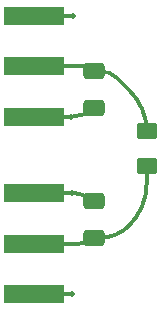
<source format=gtl>
%TF.GenerationSoftware,KiCad,Pcbnew,6.0.2-378541a8eb~116~ubuntu20.04.1*%
%TF.CreationDate,2022-03-14T14:09:01-05:00*%
%TF.ProjectId,bessel_filter,62657373-656c-45f6-9669-6c7465722e6b,1.0*%
%TF.SameCoordinates,Original*%
%TF.FileFunction,Copper,L1,Top*%
%TF.FilePolarity,Positive*%
%FSLAX46Y46*%
G04 Gerber Fmt 4.6, Leading zero omitted, Abs format (unit mm)*
G04 Created by KiCad (PCBNEW 6.0.2-378541a8eb~116~ubuntu20.04.1) date 2022-03-14 14:09:01*
%MOMM*%
%LPD*%
G01*
G04 APERTURE LIST*
G04 Aperture macros list*
%AMRoundRect*
0 Rectangle with rounded corners*
0 $1 Rounding radius*
0 $2 $3 $4 $5 $6 $7 $8 $9 X,Y pos of 4 corners*
0 Add a 4 corners polygon primitive as box body*
4,1,4,$2,$3,$4,$5,$6,$7,$8,$9,$2,$3,0*
0 Add four circle primitives for the rounded corners*
1,1,$1+$1,$2,$3*
1,1,$1+$1,$4,$5*
1,1,$1+$1,$6,$7*
1,1,$1+$1,$8,$9*
0 Add four rect primitives between the rounded corners*
20,1,$1+$1,$2,$3,$4,$5,0*
20,1,$1+$1,$4,$5,$6,$7,0*
20,1,$1+$1,$6,$7,$8,$9,0*
20,1,$1+$1,$8,$9,$2,$3,0*%
G04 Aperture macros list end*
%TA.AperFunction,SMDPad,CuDef*%
%ADD10RoundRect,0.250001X-0.624999X0.462499X-0.624999X-0.462499X0.624999X-0.462499X0.624999X0.462499X0*%
%TD*%
%TA.AperFunction,SMDPad,CuDef*%
%ADD11RoundRect,0.250000X-0.650000X0.412500X-0.650000X-0.412500X0.650000X-0.412500X0.650000X0.412500X0*%
%TD*%
%TA.AperFunction,SMDPad,CuDef*%
%ADD12RoundRect,0.250000X0.650000X-0.412500X0.650000X0.412500X-0.650000X0.412500X-0.650000X-0.412500X0*%
%TD*%
%TA.AperFunction,SMDPad,CuDef*%
%ADD13R,5.080000X1.500000*%
%TD*%
%TA.AperFunction,ViaPad*%
%ADD14C,0.508000*%
%TD*%
%TA.AperFunction,Conductor*%
%ADD15C,0.304800*%
%TD*%
G04 APERTURE END LIST*
D10*
%TO.P,L1,1,1*%
%TO.N,/sig_in*%
X125000000Y-80500000D03*
%TO.P,L1,2,2*%
%TO.N,/sig_out*%
X125000000Y-83475000D03*
%TD*%
D11*
%TO.P,C1,1*%
%TO.N,/sig_in*%
X120500000Y-75375000D03*
%TO.P,C1,2*%
%TO.N,/GND*%
X120500000Y-78500000D03*
%TD*%
D12*
%TO.P,C2,1*%
%TO.N,/sig_out*%
X120500000Y-89500000D03*
%TO.P,C2,2*%
%TO.N,/GND*%
X120500000Y-86375000D03*
%TD*%
D13*
%TO.P,J1,1,In*%
%TO.N,/sig_in*%
X115443000Y-75000000D03*
%TO.P,J1,2,Ext*%
%TO.N,/GND*%
X115443000Y-70750000D03*
X115443000Y-79250000D03*
%TD*%
%TO.P,J2,1,In*%
%TO.N,/sig_out*%
X115443000Y-90000000D03*
%TO.P,J2,2,Ext*%
%TO.N,/GND*%
X115443000Y-85750000D03*
X115443000Y-94250000D03*
%TD*%
D14*
%TO.N,/GND*%
X118714340Y-85750000D03*
X118800000Y-70750000D03*
X118625000Y-79250000D03*
X118700000Y-94250000D03*
%TD*%
D15*
%TO.N,/GND*%
X118625000Y-79250000D02*
X118689340Y-79250000D01*
X120500000Y-78500000D02*
G75*
G02*
X118689340Y-79250000I-1810662J1810664D01*
G01*
X118714340Y-85750000D02*
X118991117Y-85750000D01*
X120500000Y-86375000D02*
G75*
G03*
X118991117Y-85750000I-1508883J-1508883D01*
G01*
%TO.N,/sig_out*%
X119292894Y-89999999D02*
G75*
G03*
X120499999Y-89499999I-1J1707107D01*
G01*
X119292894Y-90000000D02*
X115443000Y-90000000D01*
X125000000Y-83475000D02*
X125000000Y-84878680D01*
X123500000Y-88500000D02*
G75*
G03*
X125000000Y-84878680I-3621329J3621324D01*
G01*
X121085787Y-89499999D02*
G75*
G03*
X123499999Y-88499999I3J3414204D01*
G01*
X121085787Y-89500000D02*
X120500000Y-89500000D01*
%TO.N,/sig_in*%
X120500000Y-75375000D02*
X120991117Y-75375000D01*
X122500000Y-76000000D02*
G75*
G03*
X120991117Y-75375000I-1508883J-1508883D01*
G01*
X122500000Y-76000000D02*
X123585786Y-77085786D01*
X125000000Y-80500000D02*
G75*
G03*
X123585786Y-77085786I-4828426J0D01*
G01*
X115443000Y-75000000D02*
X119594670Y-75000000D01*
X120500000Y-75375000D02*
G75*
G03*
X119594670Y-75000000I-905333J-905338D01*
G01*
%TO.N,/GND*%
X115443000Y-79250000D02*
X118625000Y-79250000D01*
X115443000Y-70750000D02*
X118800000Y-70750000D01*
X115443000Y-94250000D02*
X118700000Y-94250000D01*
X115443000Y-85750000D02*
X118714340Y-85750000D01*
%TD*%
M02*

</source>
